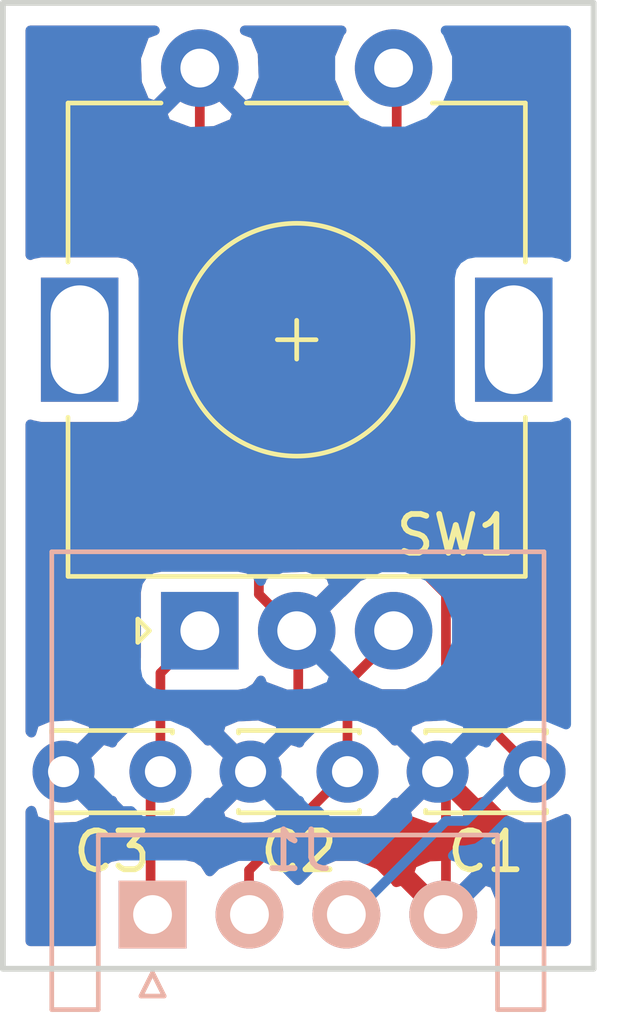
<source format=kicad_pcb>
(kicad_pcb (version 4) (host pcbnew 4.0.6)

  (general
    (links 11)
    (no_connects 0)
    (area 148.768999 94.920999 165.399 121.516001)
    (thickness 1.6)
    (drawings 9)
    (tracks 49)
    (zones 0)
    (modules 5)
    (nets 5)
  )

  (page A4)
  (layers
    (0 F.Cu signal)
    (31 B.Cu signal)
    (32 B.Adhes user)
    (33 F.Adhes user)
    (34 B.Paste user)
    (35 F.Paste user)
    (36 B.SilkS user)
    (37 F.SilkS user)
    (38 B.Mask user)
    (39 F.Mask user)
    (40 Dwgs.User user)
    (41 Cmts.User user)
    (42 Eco1.User user)
    (43 Eco2.User user)
    (44 Edge.Cuts user)
    (45 Margin user)
    (46 B.CrtYd user)
    (47 F.CrtYd user)
    (48 B.Fab user)
    (49 F.Fab user)
  )

  (setup
    (last_trace_width 0.25)
    (trace_clearance 0.2)
    (zone_clearance 0.508)
    (zone_45_only no)
    (trace_min 0.2)
    (segment_width 0.2)
    (edge_width 0.15)
    (via_size 0.6)
    (via_drill 0.4)
    (via_min_size 0.4)
    (via_min_drill 0.3)
    (uvia_size 0.3)
    (uvia_drill 0.1)
    (uvias_allowed no)
    (uvia_min_size 0.2)
    (uvia_min_drill 0.1)
    (pcb_text_width 0.3)
    (pcb_text_size 1.5 1.5)
    (mod_edge_width 0.15)
    (mod_text_size 1 1)
    (mod_text_width 0.15)
    (pad_size 1.524 1.524)
    (pad_drill 0.762)
    (pad_to_mask_clearance 0.2)
    (aux_axis_origin 0 0)
    (visible_elements FFFFFF7F)
    (pcbplotparams
      (layerselection 0x010fc_80000001)
      (usegerberextensions false)
      (excludeedgelayer true)
      (linewidth 0.100000)
      (plotframeref false)
      (viasonmask false)
      (mode 1)
      (useauxorigin false)
      (hpglpennumber 1)
      (hpglpenspeed 20)
      (hpglpendiameter 15)
      (hpglpenoverlay 2)
      (psnegative false)
      (psa4output false)
      (plotreference true)
      (plotvalue true)
      (plotinvisibletext false)
      (padsonsilk false)
      (subtractmaskfromsilk false)
      (outputformat 1)
      (mirror false)
      (drillshape 0)
      (scaleselection 1)
      (outputdirectory gerber/))
  )

  (net 0 "")
  (net 1 CON-2)
  (net 2 CON-1)
  (net 3 CON-3)
  (net 4 CON-4)

  (net_class Default "This is the default net class."
    (clearance 0.2)
    (trace_width 0.25)
    (via_dia 0.6)
    (via_drill 0.4)
    (uvia_dia 0.3)
    (uvia_drill 0.1)
    (add_net CON-1)
    (add_net CON-2)
    (add_net CON-3)
    (add_net CON-4)
  )

  (module Rotary_Encoder:RotaryEncoder_Alps_EC11E-Switch_Vertical_H20mm (layer F.Cu) (tedit 5BA3D28E) (tstamp 5BA3CFA1)
    (at 153.924 111.1758 90)
    (descr "Alps rotary encoder, EC12E... with switch, vertical shaft, http://www.alps.com/prod/info/E/HTML/Encoder/Incremental/EC11/EC11E15204A3.html")
    (tags "rotary encoder")
    (path /5BA2882F)
    (fp_text reference SW1 (at 2.4638 6.604 180) (layer F.SilkS)
      (effects (font (size 1 1) (thickness 0.15)))
    )
    (fp_text value Rotary_Encoder_Switch (at 7.5 10.4 90) (layer F.Fab)
      (effects (font (size 1 1) (thickness 0.15)))
    )
    (fp_text user %R (at 11.1 6.3 90) (layer F.Fab)
      (effects (font (size 1 1) (thickness 0.15)))
    )
    (fp_line (start 7 2.5) (end 8 2.5) (layer F.SilkS) (width 0.12))
    (fp_line (start 7.5 2) (end 7.5 3) (layer F.SilkS) (width 0.12))
    (fp_line (start 13.6 6) (end 13.6 8.4) (layer F.SilkS) (width 0.12))
    (fp_line (start 13.6 1.2) (end 13.6 3.8) (layer F.SilkS) (width 0.12))
    (fp_line (start 13.6 -3.4) (end 13.6 -1) (layer F.SilkS) (width 0.12))
    (fp_line (start 4.5 2.5) (end 10.5 2.5) (layer F.Fab) (width 0.12))
    (fp_line (start 7.5 -0.5) (end 7.5 5.5) (layer F.Fab) (width 0.12))
    (fp_line (start 0.3 -1.6) (end 0 -1.3) (layer F.SilkS) (width 0.12))
    (fp_line (start -0.3 -1.6) (end 0.3 -1.6) (layer F.SilkS) (width 0.12))
    (fp_line (start 0 -1.3) (end -0.3 -1.6) (layer F.SilkS) (width 0.12))
    (fp_line (start 1.4 -3.4) (end 1.4 8.4) (layer F.SilkS) (width 0.12))
    (fp_line (start 5.5 -3.4) (end 1.4 -3.4) (layer F.SilkS) (width 0.12))
    (fp_line (start 5.5 8.4) (end 1.4 8.4) (layer F.SilkS) (width 0.12))
    (fp_line (start 13.6 8.4) (end 9.5 8.4) (layer F.SilkS) (width 0.12))
    (fp_line (start 9.5 -3.4) (end 13.6 -3.4) (layer F.SilkS) (width 0.12))
    (fp_line (start 1.5 -2.2) (end 2.5 -3.3) (layer F.Fab) (width 0.12))
    (fp_line (start 1.5 8.3) (end 1.5 -2.2) (layer F.Fab) (width 0.12))
    (fp_line (start 13.5 8.3) (end 1.5 8.3) (layer F.Fab) (width 0.12))
    (fp_line (start 13.5 -3.3) (end 13.5 8.3) (layer F.Fab) (width 0.12))
    (fp_line (start 2.5 -3.3) (end 13.5 -3.3) (layer F.Fab) (width 0.12))
    (fp_line (start -1.5 -4.6) (end 16 -4.6) (layer F.CrtYd) (width 0.05))
    (fp_line (start -1.5 -4.6) (end -1.5 9.6) (layer F.CrtYd) (width 0.05))
    (fp_line (start 16 9.6) (end 16 -4.6) (layer F.CrtYd) (width 0.05))
    (fp_line (start 16 9.6) (end -1.5 9.6) (layer F.CrtYd) (width 0.05))
    (fp_circle (center 7.5 2.5) (end 10.5 2.5) (layer F.SilkS) (width 0.12))
    (fp_circle (center 7.5 2.5) (end 10.5 2.5) (layer F.Fab) (width 0.12))
    (pad 4 thru_hole circle (at 14.5 5 90) (size 2 2) (drill 1) (layers *.Cu *.Mask)
      (net 3 CON-3))
    (pad 5 thru_hole circle (at 14.5 0 90) (size 2 2) (drill 1) (layers *.Cu *.Mask)
      (net 4 CON-4))
    (pad MP thru_hole rect (at 7.5 8.1 90) (size 3.2 2) (drill oval 2.8 1.5) (layers *.Cu *.Mask))
    (pad MP thru_hole rect (at 7.5 -3.1 90) (size 3.2 2) (drill oval 2.8 1.5) (layers *.Cu *.Mask))
    (pad 3 thru_hole circle (at 0 5 90) (size 2 2) (drill 1) (layers *.Cu *.Mask)
      (net 1 CON-2))
    (pad 2 thru_hole circle (at 0 2.5 90) (size 2 2) (drill 1) (layers *.Cu *.Mask)
      (net 4 CON-4))
    (pad 1 thru_hole rect (at 0 0 90) (size 2 2) (drill 1) (layers *.Cu *.Mask)
      (net 2 CON-1))
    (model ${KISYS3DMOD}/Rotary_Encoder.3dshapes/RotaryEncoder_Alps_EC11E-Switch_Vertical_H20mm.wrl
      (at (xyz 0 0 0))
      (scale (xyz 1 1 1))
      (rotate (xyz 0 0 0))
    )
  )

  (module Capacitors_ThroughHole:C_Disc_D3.0mm_W2.0mm_P2.50mm (layer F.Cu) (tedit 58765D06) (tstamp 5BA29CB4)
    (at 162.56 114.808 180)
    (descr "C, Disc series, Radial, pin pitch=2.50mm, , diameter*width=3*2mm^2, Capacitor")
    (tags "C Disc series Radial pin pitch 2.50mm  diameter 3mm width 2mm Capacitor")
    (path /5BA29B55)
    (fp_text reference C1 (at 1.25 -2.06 180) (layer F.SilkS)
      (effects (font (size 1 1) (thickness 0.15)))
    )
    (fp_text value 100nF (at 1.25 2.06 180) (layer F.Fab)
      (effects (font (size 1 1) (thickness 0.15)))
    )
    (fp_line (start -0.25 -1) (end -0.25 1) (layer F.Fab) (width 0.1))
    (fp_line (start -0.25 1) (end 2.75 1) (layer F.Fab) (width 0.1))
    (fp_line (start 2.75 1) (end 2.75 -1) (layer F.Fab) (width 0.1))
    (fp_line (start 2.75 -1) (end -0.25 -1) (layer F.Fab) (width 0.1))
    (fp_line (start -0.31 -1.06) (end 2.81 -1.06) (layer F.SilkS) (width 0.12))
    (fp_line (start -0.31 1.06) (end 2.81 1.06) (layer F.SilkS) (width 0.12))
    (fp_line (start -0.31 -1.06) (end -0.31 -0.996) (layer F.SilkS) (width 0.12))
    (fp_line (start -0.31 0.996) (end -0.31 1.06) (layer F.SilkS) (width 0.12))
    (fp_line (start 2.81 -1.06) (end 2.81 -0.996) (layer F.SilkS) (width 0.12))
    (fp_line (start 2.81 0.996) (end 2.81 1.06) (layer F.SilkS) (width 0.12))
    (fp_line (start -1.05 -1.35) (end -1.05 1.35) (layer F.CrtYd) (width 0.05))
    (fp_line (start -1.05 1.35) (end 3.55 1.35) (layer F.CrtYd) (width 0.05))
    (fp_line (start 3.55 1.35) (end 3.55 -1.35) (layer F.CrtYd) (width 0.05))
    (fp_line (start 3.55 -1.35) (end -1.05 -1.35) (layer F.CrtYd) (width 0.05))
    (pad 1 thru_hole circle (at 0 0 180) (size 1.6 1.6) (drill 0.8) (layers *.Cu *.Mask)
      (net 3 CON-3))
    (pad 2 thru_hole circle (at 2.5 0 180) (size 1.6 1.6) (drill 0.8) (layers *.Cu *.Mask)
      (net 4 CON-4))
    (model Capacitors_THT.3dshapes/C_Disc_D3.0mm_W2.0mm_P2.50mm.wrl
      (at (xyz 0 0 0))
      (scale (xyz 0.393701 0.393701 0.393701))
      (rotate (xyz 0 0 0))
    )
  )

  (module Capacitors_ThroughHole:C_Disc_D3.0mm_W2.0mm_P2.50mm (layer F.Cu) (tedit 58765D06) (tstamp 5BA29CBA)
    (at 157.734 114.808 180)
    (descr "C, Disc series, Radial, pin pitch=2.50mm, , diameter*width=3*2mm^2, Capacitor")
    (tags "C Disc series Radial pin pitch 2.50mm  diameter 3mm width 2mm Capacitor")
    (path /5BA28DB9)
    (fp_text reference C2 (at 1.25 -2.06 180) (layer F.SilkS)
      (effects (font (size 1 1) (thickness 0.15)))
    )
    (fp_text value 10nF (at 1.25 2.06 180) (layer F.Fab)
      (effects (font (size 1 1) (thickness 0.15)))
    )
    (fp_line (start -0.25 -1) (end -0.25 1) (layer F.Fab) (width 0.1))
    (fp_line (start -0.25 1) (end 2.75 1) (layer F.Fab) (width 0.1))
    (fp_line (start 2.75 1) (end 2.75 -1) (layer F.Fab) (width 0.1))
    (fp_line (start 2.75 -1) (end -0.25 -1) (layer F.Fab) (width 0.1))
    (fp_line (start -0.31 -1.06) (end 2.81 -1.06) (layer F.SilkS) (width 0.12))
    (fp_line (start -0.31 1.06) (end 2.81 1.06) (layer F.SilkS) (width 0.12))
    (fp_line (start -0.31 -1.06) (end -0.31 -0.996) (layer F.SilkS) (width 0.12))
    (fp_line (start -0.31 0.996) (end -0.31 1.06) (layer F.SilkS) (width 0.12))
    (fp_line (start 2.81 -1.06) (end 2.81 -0.996) (layer F.SilkS) (width 0.12))
    (fp_line (start 2.81 0.996) (end 2.81 1.06) (layer F.SilkS) (width 0.12))
    (fp_line (start -1.05 -1.35) (end -1.05 1.35) (layer F.CrtYd) (width 0.05))
    (fp_line (start -1.05 1.35) (end 3.55 1.35) (layer F.CrtYd) (width 0.05))
    (fp_line (start 3.55 1.35) (end 3.55 -1.35) (layer F.CrtYd) (width 0.05))
    (fp_line (start 3.55 -1.35) (end -1.05 -1.35) (layer F.CrtYd) (width 0.05))
    (pad 1 thru_hole circle (at 0 0 180) (size 1.6 1.6) (drill 0.8) (layers *.Cu *.Mask)
      (net 1 CON-2))
    (pad 2 thru_hole circle (at 2.5 0 180) (size 1.6 1.6) (drill 0.8) (layers *.Cu *.Mask)
      (net 4 CON-4))
    (model Capacitors_THT.3dshapes/C_Disc_D3.0mm_W2.0mm_P2.50mm.wrl
      (at (xyz 0 0 0))
      (scale (xyz 0.393701 0.393701 0.393701))
      (rotate (xyz 0 0 0))
    )
  )

  (module Capacitors_ThroughHole:C_Disc_D3.0mm_W2.0mm_P2.50mm (layer F.Cu) (tedit 58765D06) (tstamp 5BA29CC0)
    (at 152.908 114.808 180)
    (descr "C, Disc series, Radial, pin pitch=2.50mm, , diameter*width=3*2mm^2, Capacitor")
    (tags "C Disc series Radial pin pitch 2.50mm  diameter 3mm width 2mm Capacitor")
    (path /5BA29ADD)
    (fp_text reference C3 (at 1.25 -2.06 180) (layer F.SilkS)
      (effects (font (size 1 1) (thickness 0.15)))
    )
    (fp_text value 10nF (at 1.25 2.06 180) (layer F.Fab)
      (effects (font (size 1 1) (thickness 0.15)))
    )
    (fp_line (start -0.25 -1) (end -0.25 1) (layer F.Fab) (width 0.1))
    (fp_line (start -0.25 1) (end 2.75 1) (layer F.Fab) (width 0.1))
    (fp_line (start 2.75 1) (end 2.75 -1) (layer F.Fab) (width 0.1))
    (fp_line (start 2.75 -1) (end -0.25 -1) (layer F.Fab) (width 0.1))
    (fp_line (start -0.31 -1.06) (end 2.81 -1.06) (layer F.SilkS) (width 0.12))
    (fp_line (start -0.31 1.06) (end 2.81 1.06) (layer F.SilkS) (width 0.12))
    (fp_line (start -0.31 -1.06) (end -0.31 -0.996) (layer F.SilkS) (width 0.12))
    (fp_line (start -0.31 0.996) (end -0.31 1.06) (layer F.SilkS) (width 0.12))
    (fp_line (start 2.81 -1.06) (end 2.81 -0.996) (layer F.SilkS) (width 0.12))
    (fp_line (start 2.81 0.996) (end 2.81 1.06) (layer F.SilkS) (width 0.12))
    (fp_line (start -1.05 -1.35) (end -1.05 1.35) (layer F.CrtYd) (width 0.05))
    (fp_line (start -1.05 1.35) (end 3.55 1.35) (layer F.CrtYd) (width 0.05))
    (fp_line (start 3.55 1.35) (end 3.55 -1.35) (layer F.CrtYd) (width 0.05))
    (fp_line (start 3.55 -1.35) (end -1.05 -1.35) (layer F.CrtYd) (width 0.05))
    (pad 1 thru_hole circle (at 0 0 180) (size 1.6 1.6) (drill 0.8) (layers *.Cu *.Mask)
      (net 2 CON-1))
    (pad 2 thru_hole circle (at 2.5 0 180) (size 1.6 1.6) (drill 0.8) (layers *.Cu *.Mask)
      (net 4 CON-4))
    (model Capacitors_THT.3dshapes/C_Disc_D3.0mm_W2.0mm_P2.50mm.wrl
      (at (xyz 0 0 0))
      (scale (xyz 0.393701 0.393701 0.393701))
      (rotate (xyz 0 0 0))
    )
  )

  (module Connectors_JST:JST_XH_S04B-XH-A_04x2.50mm_Angled (layer B.Cu) (tedit 5BA3D2AE) (tstamp 5BA29F1A)
    (at 152.7048 118.491)
    (descr "JST XH series connector, S04B-XH-A, side entry type, through hole")
    (tags "connector jst xh tht side horizontal angled 2.50mm")
    (path /5BA291E6)
    (fp_text reference J1 (at 3.7592 -1.651) (layer B.SilkS)
      (effects (font (size 1 1) (thickness 0.15)) (justify mirror))
    )
    (fp_text value CONN_01X04 (at 3.75 -10.3) (layer B.Fab)
      (effects (font (size 1 1) (thickness 0.15)) (justify mirror))
    )
    (fp_line (start -2.45 2.3) (end -2.45 -9.2) (layer B.Fab) (width 0.1))
    (fp_line (start -2.45 -9.2) (end 9.95 -9.2) (layer B.Fab) (width 0.1))
    (fp_line (start 9.95 -9.2) (end 9.95 2.3) (layer B.Fab) (width 0.1))
    (fp_line (start 9.95 2.3) (end -2.45 2.3) (layer B.Fab) (width 0.1))
    (fp_line (start -2.95 2.8) (end -2.95 -9.7) (layer B.CrtYd) (width 0.05))
    (fp_line (start -2.95 -9.7) (end 10.45 -9.7) (layer B.CrtYd) (width 0.05))
    (fp_line (start 10.45 -9.7) (end 10.45 2.8) (layer B.CrtYd) (width 0.05))
    (fp_line (start 10.45 2.8) (end -2.95 2.8) (layer B.CrtYd) (width 0.05))
    (fp_line (start 3.75 -9.35) (end -2.6 -9.35) (layer B.SilkS) (width 0.12))
    (fp_line (start -2.6 -9.35) (end -2.6 2.45) (layer B.SilkS) (width 0.12))
    (fp_line (start -2.6 2.45) (end -1.4 2.45) (layer B.SilkS) (width 0.12))
    (fp_line (start -1.4 2.45) (end -1.4 -2.05) (layer B.SilkS) (width 0.12))
    (fp_line (start -1.4 -2.05) (end 3.75 -2.05) (layer B.SilkS) (width 0.12))
    (fp_line (start 3.75 -9.35) (end 10.1 -9.35) (layer B.SilkS) (width 0.12))
    (fp_line (start 10.1 -9.35) (end 10.1 2.45) (layer B.SilkS) (width 0.12))
    (fp_line (start 10.1 2.45) (end 8.9 2.45) (layer B.SilkS) (width 0.12))
    (fp_line (start 8.9 2.45) (end 8.9 -2.05) (layer B.SilkS) (width 0.12))
    (fp_line (start 8.9 -2.05) (end 3.75 -2.05) (layer B.SilkS) (width 0.12))
    (fp_line (start -0.25 -3.45) (end -0.25 -8.7) (layer B.Fab) (width 0.1))
    (fp_line (start -0.25 -8.7) (end 0.25 -8.7) (layer B.Fab) (width 0.1))
    (fp_line (start 0.25 -8.7) (end 0.25 -3.45) (layer B.Fab) (width 0.1))
    (fp_line (start 0.25 -3.45) (end -0.25 -3.45) (layer B.Fab) (width 0.1))
    (fp_line (start 2.25 -3.45) (end 2.25 -8.7) (layer B.Fab) (width 0.1))
    (fp_line (start 2.25 -8.7) (end 2.75 -8.7) (layer B.Fab) (width 0.1))
    (fp_line (start 2.75 -8.7) (end 2.75 -3.45) (layer B.Fab) (width 0.1))
    (fp_line (start 2.75 -3.45) (end 2.25 -3.45) (layer B.Fab) (width 0.1))
    (fp_line (start 4.75 -3.45) (end 4.75 -8.7) (layer B.Fab) (width 0.1))
    (fp_line (start 4.75 -8.7) (end 5.25 -8.7) (layer B.Fab) (width 0.1))
    (fp_line (start 5.25 -8.7) (end 5.25 -3.45) (layer B.Fab) (width 0.1))
    (fp_line (start 5.25 -3.45) (end 4.75 -3.45) (layer B.Fab) (width 0.1))
    (fp_line (start 7.25 -3.45) (end 7.25 -8.7) (layer B.Fab) (width 0.1))
    (fp_line (start 7.25 -8.7) (end 7.75 -8.7) (layer B.Fab) (width 0.1))
    (fp_line (start 7.75 -8.7) (end 7.75 -3.45) (layer B.Fab) (width 0.1))
    (fp_line (start 7.75 -3.45) (end 7.25 -3.45) (layer B.Fab) (width 0.1))
    (fp_line (start 0 1.5) (end -0.3 2.1) (layer B.SilkS) (width 0.12))
    (fp_line (start -0.3 2.1) (end 0.3 2.1) (layer B.SilkS) (width 0.12))
    (fp_line (start 0.3 2.1) (end 0 1.5) (layer B.SilkS) (width 0.12))
    (fp_line (start 0 1.5) (end -0.3 2.1) (layer B.Fab) (width 0.1))
    (fp_line (start -0.3 2.1) (end 0.3 2.1) (layer B.Fab) (width 0.1))
    (fp_line (start 0.3 2.1) (end 0 1.5) (layer B.Fab) (width 0.1))
    (fp_text user %R (at 3.75 -2.25) (layer B.Fab)
      (effects (font (size 1 1) (thickness 0.15)) (justify mirror))
    )
    (pad 1 thru_hole rect (at 0 0) (size 1.75 1.75) (drill 1) (layers *.Cu *.Mask B.SilkS)
      (net 2 CON-1))
    (pad 2 thru_hole circle (at 2.5 0) (size 1.75 1.75) (drill 1) (layers *.Cu *.Mask B.SilkS)
      (net 1 CON-2))
    (pad 3 thru_hole circle (at 5 0) (size 1.75 1.75) (drill 1) (layers *.Cu *.Mask B.SilkS)
      (net 3 CON-3))
    (pad 4 thru_hole circle (at 7.5 0) (size 1.75 1.75) (drill 1) (layers *.Cu *.Mask B.SilkS)
      (net 4 CON-4))
    (model Connectors_JST.3dshapes/JST_XH_S04B-XH-A_04x2.50mm_Angled.wrl
      (at (xyz 0 0 0))
      (scale (xyz 1 1 1))
      (rotate (xyz 0 0 0))
    )
  )

  (gr_line (start 149.098 95.25) (end 149.352 95.25) (angle 90) (layer Margin) (width 0.2))
  (gr_line (start 149.098 119.634) (end 149.098 95.25) (angle 90) (layer Margin) (width 0.2))
  (gr_line (start 163.83 119.634) (end 149.098 119.634) (angle 90) (layer Margin) (width 0.2))
  (gr_line (start 163.83 95.25) (end 163.83 119.634) (angle 90) (layer Margin) (width 0.2))
  (gr_line (start 149.098 95.25) (end 163.83 95.25) (angle 90) (layer Margin) (width 0.2))
  (gr_line (start 148.844 119.888) (end 148.844 94.996) (angle 90) (layer Edge.Cuts) (width 0.15))
  (gr_line (start 164.084 119.888) (end 148.844 119.888) (angle 90) (layer Edge.Cuts) (width 0.15))
  (gr_line (start 164.084 94.996) (end 164.084 119.888) (angle 90) (layer Edge.Cuts) (width 0.15))
  (gr_line (start 148.844 94.996) (end 164.084 94.996) (angle 90) (layer Edge.Cuts) (width 0.15))

  (segment (start 157.734 114.808) (end 155.194 117.348) (width 0.25) (layer F.Cu) (net 1) (status 80000))
  (segment (start 155.194 117.348) (end 155.194 118.618) (width 0.25) (layer F.Cu) (net 1) (status 80000))
  (segment (start 155.194 118.618) (end 155.2048 118.491) (width 0.25) (layer F.Cu) (net 1) (tstamp 5BA3E430) (status 80000))
  (segment (start 158.924 111.1758) (end 159.004 111.252) (width 0.25) (layer F.Cu) (net 1) (status 80000))
  (segment (start 159.004 111.252) (end 157.734 112.522) (width 0.25) (layer F.Cu) (net 1) (status 80000))
  (segment (start 157.734 112.522) (end 157.734 114.808) (width 0.25) (layer F.Cu) (net 1) (status 80000))
  (segment (start 153.924 111.1758) (end 153.924 111.252) (width 0.25) (layer F.Cu) (net 2) (status 80000))
  (segment (start 153.924 111.252) (end 152.908 112.268) (width 0.25) (layer F.Cu) (net 2) (status 80000))
  (segment (start 152.908 112.268) (end 152.908 114.808) (width 0.25) (layer F.Cu) (net 2) (status 80000))
  (segment (start 152.908 114.808) (end 152.654 115.062) (width 0.25) (layer F.Cu) (net 2) (status 80000))
  (segment (start 152.654 115.062) (end 152.654 118.618) (width 0.25) (layer F.Cu) (net 2) (status 80000))
  (segment (start 152.654 118.618) (end 152.7048 118.491) (width 0.25) (layer F.Cu) (net 2) (tstamp 5BA3E42D) (status 80000))
  (segment (start 162.56 114.808) (end 160.274 112.522) (width 0.25) (layer F.Cu) (net 3) (status 80000))
  (segment (start 160.274 112.522) (end 160.274 110.236) (width 0.25) (layer F.Cu) (net 3) (status 80000))
  (segment (start 160.274 110.236) (end 159.004 108.966) (width 0.25) (layer F.Cu) (net 3) (status 80000))
  (segment (start 159.004 108.966) (end 159.004 96.774) (width 0.25) (layer F.Cu) (net 3) (status 80000))
  (segment (start 159.004 96.774) (end 158.924 96.6758) (width 0.25) (layer F.Cu) (net 3) (tstamp 5BA3E431) (status 80000))
  (segment (start 157.7048 118.491) (end 157.734 118.618) (width 0.25) (layer B.Cu) (net 3) (status 80000))
  (segment (start 157.734 118.618) (end 160.274 116.078) (width 0.25) (layer B.Cu) (net 3) (status 80000))
  (segment (start 160.274 116.078) (end 160.782 116.078) (width 0.25) (layer B.Cu) (net 3) (status 80000))
  (segment (start 160.782 116.078) (end 162.052 114.808) (width 0.25) (layer B.Cu) (net 3) (status 80000))
  (segment (start 162.052 114.808) (end 162.56 114.808) (width 0.25) (layer B.Cu) (net 3) (status 80000))
  (segment (start 156.424 111.1758) (end 156.464 111.252) (width 0.25) (layer F.Cu) (net 4) (status 80000))
  (segment (start 156.464 111.252) (end 155.448 110.236) (width 0.25) (layer F.Cu) (net 4) (status 80000))
  (segment (start 155.448 110.236) (end 155.448 109.728) (width 0.25) (layer F.Cu) (net 4) (status 80000))
  (segment (start 155.448 109.728) (end 153.924 108.204) (width 0.25) (layer F.Cu) (net 4) (status 80000))
  (segment (start 153.924 108.204) (end 153.924 96.6758) (width 0.25) (layer F.Cu) (net 4) (status 80000))
  (segment (start 155.234 114.808) (end 155.194 114.808) (width 0.25) (layer F.Cu) (net 4) (status 80000))
  (segment (start 155.194 114.808) (end 156.464 113.538) (width 0.25) (layer F.Cu) (net 4) (status 80000))
  (segment (start 156.464 113.538) (end 156.464 111.252) (width 0.25) (layer F.Cu) (net 4) (status 80000))
  (segment (start 156.464 111.252) (end 156.424 111.1758) (width 0.25) (layer F.Cu) (net 4) (tstamp 5BA3E42F) (status 80000))
  (segment (start 160.06 114.808) (end 160.02 114.808) (width 0.25) (layer B.Cu) (net 4) (status 80000))
  (segment (start 160.02 114.808) (end 158.75 116.078) (width 0.25) (layer B.Cu) (net 4) (status 80000))
  (segment (start 158.75 116.078) (end 157.226 116.078) (width 0.25) (layer B.Cu) (net 4) (status 80000))
  (segment (start 157.226 116.078) (end 156.972 115.824) (width 0.25) (layer B.Cu) (net 4) (status 80000))
  (segment (start 156.972 115.824) (end 156.718 115.824) (width 0.25) (layer B.Cu) (net 4) (status 80000))
  (segment (start 156.718 115.824) (end 155.702 114.808) (width 0.25) (layer B.Cu) (net 4) (status 80000))
  (segment (start 155.702 114.808) (end 155.234 114.808) (width 0.25) (layer B.Cu) (net 4) (status 80000))
  (segment (start 155.234 114.808) (end 155.194 114.808) (width 0.25) (layer B.Cu) (net 4) (status 80000))
  (segment (start 155.194 114.808) (end 153.924 116.078) (width 0.25) (layer B.Cu) (net 4) (status 80000))
  (segment (start 153.924 116.078) (end 152.4 116.078) (width 0.25) (layer B.Cu) (net 4) (status 80000))
  (segment (start 152.4 116.078) (end 152.146 115.824) (width 0.25) (layer B.Cu) (net 4) (status 80000))
  (segment (start 152.146 115.824) (end 151.892 115.824) (width 0.25) (layer B.Cu) (net 4) (status 80000))
  (segment (start 151.892 115.824) (end 150.876 114.808) (width 0.25) (layer B.Cu) (net 4) (status 80000))
  (segment (start 150.876 114.808) (end 150.408 114.808) (width 0.25) (layer B.Cu) (net 4) (status 80000))
  (segment (start 160.06 114.808) (end 160.02 114.808) (width 0.25) (layer F.Cu) (net 4) (status 80000))
  (segment (start 160.02 114.808) (end 160.274 115.062) (width 0.25) (layer F.Cu) (net 4) (status 80000))
  (segment (start 160.274 115.062) (end 160.274 118.618) (width 0.25) (layer F.Cu) (net 4) (status 80000))
  (segment (start 160.274 118.618) (end 160.2048 118.491) (width 0.25) (layer F.Cu) (net 4) (tstamp 5BA3E42E) (status 80000))

  (zone (net 4) (net_name CON-4) (layer F.Cu) (tstamp 5BA3E208) (hatch edge 0.508)
    (connect_pads (clearance 0.508))
    (min_thickness 0.254)
    (fill yes (arc_segments 16) (thermal_gap 0.508) (thermal_bridge_width 0.508))
    (polygon
      (pts
        (xy 149.098 95.25) (xy 163.83 95.25) (xy 163.83 119.634) (xy 149.098 119.634)
      )
    )
    (filled_polygon
      (pts
        (xy 159.571852 112.812839) (xy 159.736599 113.059401) (xy 160.049089 113.371891) (xy 159.706546 113.388222) (xy 159.305995 113.554136)
        (xy 159.231861 113.800255) (xy 160.06 114.628395) (xy 160.074142 114.614252) (xy 160.253748 114.793858) (xy 160.239605 114.808)
        (xy 161.067745 115.636139) (xy 161.313864 115.562005) (xy 161.316196 115.555517) (xy 161.342757 115.6198) (xy 161.746077 116.023824)
        (xy 162.273309 116.24275) (xy 162.844187 116.243248) (xy 163.3718 116.025243) (xy 163.374 116.023047) (xy 163.374 119.178)
        (xy 161.5616 119.178) (xy 161.72639 118.725694) (xy 161.700379 118.125542) (xy 161.520753 117.691884) (xy 161.26686 117.608545)
        (xy 160.384405 118.491) (xy 160.398548 118.505143) (xy 160.218943 118.684748) (xy 160.2048 118.670605) (xy 160.190658 118.684748)
        (xy 160.011053 118.505143) (xy 160.025195 118.491) (xy 159.14274 117.608545) (xy 158.994152 117.657318) (xy 158.985662 117.636771)
        (xy 158.778194 117.42894) (xy 159.322345 117.42894) (xy 160.2048 118.311395) (xy 161.087255 117.42894) (xy 161.003916 117.175047)
        (xy 160.439494 116.96941) (xy 159.839342 116.995421) (xy 159.405684 117.175047) (xy 159.322345 117.42894) (xy 158.778194 117.42894)
        (xy 158.561263 117.21163) (xy 158.006475 116.981262) (xy 157.40576 116.980738) (xy 156.850571 117.210138) (xy 156.454482 117.605536)
        (xy 156.233067 117.383735) (xy 157.395546 116.221256) (xy 157.447309 116.24275) (xy 158.018187 116.243248) (xy 158.5458 116.025243)
        (xy 158.755663 115.815745) (xy 159.231861 115.815745) (xy 159.305995 116.061864) (xy 159.843223 116.254965) (xy 160.413454 116.227778)
        (xy 160.814005 116.061864) (xy 160.888139 115.815745) (xy 160.06 114.987605) (xy 159.231861 115.815745) (xy 158.755663 115.815745)
        (xy 158.949824 115.621923) (xy 158.955964 115.607135) (xy 159.052255 115.636139) (xy 159.880395 114.808) (xy 159.052255 113.979861)
        (xy 158.956419 114.008728) (xy 158.951243 113.9962) (xy 158.547923 113.592176) (xy 158.494 113.569785) (xy 158.494 112.836802)
        (xy 158.542897 112.787905) (xy 158.597352 112.810516) (xy 159.247795 112.811084) (xy 159.546918 112.687489)
      )
    )
    (filled_polygon
      (pts
        (xy 152.504613 95.801536) (xy 152.278092 96.411261) (xy 152.302144 97.06126) (xy 152.504613 97.550064) (xy 152.771468 97.648727)
        (xy 153.744395 96.6758) (xy 153.730253 96.661658) (xy 153.909858 96.482053) (xy 153.924 96.496195) (xy 153.938143 96.482053)
        (xy 154.117748 96.661658) (xy 154.103605 96.6758) (xy 155.076532 97.648727) (xy 155.343387 97.550064) (xy 155.569908 96.940339)
        (xy 155.545856 96.29034) (xy 155.343387 95.801536) (xy 155.08499 95.706) (xy 157.581233 95.706) (xy 157.538722 95.748437)
        (xy 157.289284 96.349152) (xy 157.288716 96.999595) (xy 157.537106 97.600743) (xy 157.996637 98.061078) (xy 158.244 98.163792)
        (xy 158.244 108.966) (xy 158.301852 109.256839) (xy 158.466599 109.503401) (xy 158.531926 109.568728) (xy 157.999057 109.788906)
        (xy 157.582248 110.204987) (xy 157.576532 110.202873) (xy 156.603605 111.1758) (xy 156.617748 111.189943) (xy 156.438143 111.369548)
        (xy 156.424 111.355405) (xy 156.409858 111.369548) (xy 156.230253 111.189943) (xy 156.244395 111.1758) (xy 156.230253 111.161658)
        (xy 156.409858 110.982053) (xy 156.424 110.996195) (xy 157.396927 110.023268) (xy 157.298264 109.756413) (xy 156.688539 109.529892)
        (xy 156.03854 109.553944) (xy 155.549736 109.756413) (xy 155.498277 109.895595) (xy 155.38809 109.724359) (xy 155.17589 109.579369)
        (xy 154.924 109.52836) (xy 152.924 109.52836) (xy 152.688683 109.572638) (xy 152.472559 109.71171) (xy 152.327569 109.92391)
        (xy 152.27656 110.1758) (xy 152.27656 111.871339) (xy 152.205852 111.977161) (xy 152.148 112.268) (xy 152.148 113.569354)
        (xy 152.0962 113.590757) (xy 151.692176 113.994077) (xy 151.664577 114.060544) (xy 151.661864 114.053995) (xy 151.415745 113.979861)
        (xy 150.587605 114.808) (xy 151.415745 115.636139) (xy 151.661864 115.562005) (xy 151.664196 115.555517) (xy 151.690757 115.6198)
        (xy 151.894 115.823398) (xy 151.894 116.96856) (xy 151.8298 116.96856) (xy 151.594483 117.012838) (xy 151.378359 117.15191)
        (xy 151.233369 117.36411) (xy 151.18236 117.616) (xy 151.18236 119.178) (xy 149.554 119.178) (xy 149.554 115.841608)
        (xy 149.579861 115.815747) (xy 149.653995 116.061864) (xy 150.191223 116.254965) (xy 150.761454 116.227778) (xy 151.162005 116.061864)
        (xy 151.236139 115.815745) (xy 150.408 114.987605) (xy 150.393858 115.001748) (xy 150.214252 114.822142) (xy 150.228395 114.808)
        (xy 150.214252 114.793858) (xy 150.393858 114.614252) (xy 150.408 114.628395) (xy 151.236139 113.800255) (xy 151.162005 113.554136)
        (xy 150.624777 113.361035) (xy 150.054546 113.388222) (xy 149.653995 113.554136) (xy 149.579861 113.800253) (xy 149.554 113.774392)
        (xy 149.554 105.859857) (xy 149.57211 105.872231) (xy 149.824 105.92324) (xy 151.824 105.92324) (xy 152.059317 105.878962)
        (xy 152.275441 105.73989) (xy 152.420431 105.52769) (xy 152.47144 105.2758) (xy 152.47144 102.0758) (xy 152.427162 101.840483)
        (xy 152.28809 101.624359) (xy 152.07589 101.479369) (xy 151.824 101.42836) (xy 149.824 101.42836) (xy 149.588683 101.472638)
        (xy 149.554 101.494956) (xy 149.554 97.828332) (xy 152.951073 97.828332) (xy 153.049736 98.095187) (xy 153.659461 98.321708)
        (xy 154.30946 98.297656) (xy 154.798264 98.095187) (xy 154.896927 97.828332) (xy 153.924 96.855405) (xy 152.951073 97.828332)
        (xy 149.554 97.828332) (xy 149.554 95.706) (xy 152.76301 95.706)
      )
    )
    (filled_polygon
      (pts
        (xy 155.549736 112.595187) (xy 156.159461 112.821708) (xy 156.80946 112.797656) (xy 156.974 112.729501) (xy 156.974 113.569354)
        (xy 156.9222 113.590757) (xy 156.518176 113.994077) (xy 156.490577 114.060544) (xy 156.487864 114.053995) (xy 156.241745 113.979861)
        (xy 155.413605 114.808) (xy 155.427748 114.822142) (xy 155.248142 115.001748) (xy 155.234 114.987605) (xy 154.405861 115.815745)
        (xy 154.479995 116.061864) (xy 155.017223 116.254965) (xy 155.221996 116.245202) (xy 154.656599 116.810599) (xy 154.491852 117.057161)
        (xy 154.471349 117.160233) (xy 154.350571 117.210138) (xy 154.181697 117.378717) (xy 154.04389 117.164559) (xy 153.83169 117.019569)
        (xy 153.5798 116.96856) (xy 153.414 116.96856) (xy 153.414 116.151597) (xy 153.7198 116.025243) (xy 154.123824 115.621923)
        (xy 154.129964 115.607135) (xy 154.226255 115.636139) (xy 155.054395 114.808) (xy 154.226255 113.979861) (xy 154.130419 114.008728)
        (xy 154.125243 113.9962) (xy 153.92964 113.800255) (xy 154.405861 113.800255) (xy 155.234 114.628395) (xy 156.062139 113.800255)
        (xy 155.988005 113.554136) (xy 155.450777 113.361035) (xy 154.880546 113.388222) (xy 154.479995 113.554136) (xy 154.405861 113.800255)
        (xy 153.92964 113.800255) (xy 153.721923 113.592176) (xy 153.668 113.569785) (xy 153.668 112.82324) (xy 154.924 112.82324)
        (xy 155.159317 112.778962) (xy 155.375441 112.63989) (xy 155.499263 112.458671)
      )
    )
  )
  (zone (net 4) (net_name CON-4) (layer B.Cu) (tstamp 5BA3E226) (hatch edge 0.508)
    (connect_pads (clearance 0.508))
    (min_thickness 0.254)
    (fill yes (arc_segments 16) (thermal_gap 0.508) (thermal_bridge_width 0.508))
    (polygon
      (pts
        (xy 149.098 95.25) (xy 163.83 95.25) (xy 163.83 119.634) (xy 149.098 119.634)
      )
    )
    (filled_polygon
      (pts
        (xy 163.374 119.178) (xy 161.5616 119.178) (xy 161.72639 118.725694) (xy 161.700379 118.125542) (xy 161.520753 117.691884)
        (xy 161.26686 117.608545) (xy 160.384405 118.491) (xy 160.398548 118.505143) (xy 160.218943 118.684748) (xy 160.2048 118.670605)
        (xy 160.190658 118.684748) (xy 160.011053 118.505143) (xy 160.025195 118.491) (xy 160.011053 118.476858) (xy 160.190658 118.297253)
        (xy 160.2048 118.311395) (xy 161.087255 117.42894) (xy 161.003916 117.175047) (xy 160.452613 116.974189) (xy 160.588802 116.838)
        (xy 160.782 116.838) (xy 161.072839 116.780148) (xy 161.319401 116.615401) (xy 161.862595 116.072207) (xy 162.273309 116.24275)
        (xy 162.844187 116.243248) (xy 163.3718 116.025243) (xy 163.374 116.023047)
      )
    )
    (filled_polygon
      (pts
        (xy 152.504613 95.801536) (xy 152.278092 96.411261) (xy 152.302144 97.06126) (xy 152.504613 97.550064) (xy 152.771468 97.648727)
        (xy 153.744395 96.6758) (xy 153.730253 96.661658) (xy 153.909858 96.482053) (xy 153.924 96.496195) (xy 153.938143 96.482053)
        (xy 154.117748 96.661658) (xy 154.103605 96.6758) (xy 155.076532 97.648727) (xy 155.343387 97.550064) (xy 155.569908 96.940339)
        (xy 155.545856 96.29034) (xy 155.343387 95.801536) (xy 155.08499 95.706) (xy 157.581233 95.706) (xy 157.538722 95.748437)
        (xy 157.289284 96.349152) (xy 157.288716 96.999595) (xy 157.537106 97.600743) (xy 157.996637 98.061078) (xy 158.597352 98.310516)
        (xy 159.247795 98.311084) (xy 159.848943 98.062694) (xy 160.309278 97.603163) (xy 160.558716 97.002448) (xy 160.559284 96.352005)
        (xy 160.310894 95.750857) (xy 160.266115 95.706) (xy 163.374 95.706) (xy 163.374 101.546405) (xy 163.27589 101.479369)
        (xy 163.024 101.42836) (xy 161.024 101.42836) (xy 160.788683 101.472638) (xy 160.572559 101.61171) (xy 160.427569 101.82391)
        (xy 160.37656 102.0758) (xy 160.37656 105.2758) (xy 160.420838 105.511117) (xy 160.55991 105.727241) (xy 160.77211 105.872231)
        (xy 161.024 105.92324) (xy 163.024 105.92324) (xy 163.259317 105.878962) (xy 163.374 105.805166) (xy 163.374 113.592253)
        (xy 163.373923 113.592176) (xy 162.846691 113.37325) (xy 162.275813 113.372752) (xy 161.7482 113.590757) (xy 161.344176 113.994077)
        (xy 161.316577 114.060544) (xy 161.313864 114.053995) (xy 161.067745 113.979861) (xy 160.239605 114.808) (xy 160.253748 114.822142)
        (xy 160.074143 115.001748) (xy 160.06 114.987605) (xy 159.231861 115.815745) (xy 159.285008 115.99219) (xy 158.211007 117.066191)
        (xy 158.006475 116.981262) (xy 157.40576 116.980738) (xy 156.850571 117.210138) (xy 156.454482 117.605536) (xy 156.061263 117.21163)
        (xy 155.506475 116.981262) (xy 154.90576 116.980738) (xy 154.350571 117.210138) (xy 154.181697 117.378717) (xy 154.04389 117.164559)
        (xy 153.83169 117.019569) (xy 153.5798 116.96856) (xy 151.8298 116.96856) (xy 151.594483 117.012838) (xy 151.378359 117.15191)
        (xy 151.233369 117.36411) (xy 151.18236 117.616) (xy 151.18236 119.178) (xy 149.554 119.178) (xy 149.554 115.841608)
        (xy 149.579861 115.815747) (xy 149.653995 116.061864) (xy 150.191223 116.254965) (xy 150.761454 116.227778) (xy 151.162005 116.061864)
        (xy 151.236139 115.815745) (xy 150.408 114.987605) (xy 150.393858 115.001748) (xy 150.214252 114.822142) (xy 150.228395 114.808)
        (xy 150.587605 114.808) (xy 151.415745 115.636139) (xy 151.661864 115.562005) (xy 151.664196 115.555517) (xy 151.690757 115.6198)
        (xy 152.094077 116.023824) (xy 152.621309 116.24275) (xy 153.192187 116.243248) (xy 153.7198 116.025243) (xy 153.929663 115.815745)
        (xy 154.405861 115.815745) (xy 154.479995 116.061864) (xy 155.017223 116.254965) (xy 155.587454 116.227778) (xy 155.988005 116.061864)
        (xy 156.062139 115.815745) (xy 155.234 114.987605) (xy 154.405861 115.815745) (xy 153.929663 115.815745) (xy 154.123824 115.621923)
        (xy 154.129964 115.607135) (xy 154.226255 115.636139) (xy 155.054395 114.808) (xy 155.413605 114.808) (xy 156.241745 115.636139)
        (xy 156.487864 115.562005) (xy 156.490196 115.555517) (xy 156.516757 115.6198) (xy 156.920077 116.023824) (xy 157.447309 116.24275)
        (xy 158.018187 116.243248) (xy 158.5458 116.025243) (xy 158.949824 115.621923) (xy 158.955964 115.607135) (xy 159.052255 115.636139)
        (xy 159.880395 114.808) (xy 159.052255 113.979861) (xy 158.956419 114.008728) (xy 158.951243 113.9962) (xy 158.75564 113.800255)
        (xy 159.231861 113.800255) (xy 160.06 114.628395) (xy 160.888139 113.800255) (xy 160.814005 113.554136) (xy 160.276777 113.361035)
        (xy 159.706546 113.388222) (xy 159.305995 113.554136) (xy 159.231861 113.800255) (xy 158.75564 113.800255) (xy 158.547923 113.592176)
        (xy 158.020691 113.37325) (xy 157.449813 113.372752) (xy 156.9222 113.590757) (xy 156.518176 113.994077) (xy 156.490577 114.060544)
        (xy 156.487864 114.053995) (xy 156.241745 113.979861) (xy 155.413605 114.808) (xy 155.054395 114.808) (xy 154.226255 113.979861)
        (xy 154.130419 114.008728) (xy 154.125243 113.9962) (xy 153.92964 113.800255) (xy 154.405861 113.800255) (xy 155.234 114.628395)
        (xy 156.062139 113.800255) (xy 155.988005 113.554136) (xy 155.450777 113.361035) (xy 154.880546 113.388222) (xy 154.479995 113.554136)
        (xy 154.405861 113.800255) (xy 153.92964 113.800255) (xy 153.721923 113.592176) (xy 153.194691 113.37325) (xy 152.623813 113.372752)
        (xy 152.0962 113.590757) (xy 151.692176 113.994077) (xy 151.664577 114.060544) (xy 151.661864 114.053995) (xy 151.415745 113.979861)
        (xy 150.587605 114.808) (xy 150.228395 114.808) (xy 150.214252 114.793858) (xy 150.393858 114.614252) (xy 150.408 114.628395)
        (xy 151.236139 113.800255) (xy 151.162005 113.554136) (xy 150.624777 113.361035) (xy 150.054546 113.388222) (xy 149.653995 113.554136)
        (xy 149.579861 113.800253) (xy 149.554 113.774392) (xy 149.554 110.1758) (xy 152.27656 110.1758) (xy 152.27656 112.1758)
        (xy 152.320838 112.411117) (xy 152.45991 112.627241) (xy 152.67211 112.772231) (xy 152.924 112.82324) (xy 154.924 112.82324)
        (xy 155.159317 112.778962) (xy 155.375441 112.63989) (xy 155.499263 112.458671) (xy 155.549736 112.595187) (xy 156.159461 112.821708)
        (xy 156.80946 112.797656) (xy 157.298264 112.595187) (xy 157.396927 112.328332) (xy 156.424 111.355405) (xy 156.409858 111.369548)
        (xy 156.230253 111.189943) (xy 156.244395 111.1758) (xy 156.603605 111.1758) (xy 157.576532 112.148727) (xy 157.582722 112.146439)
        (xy 157.996637 112.561078) (xy 158.597352 112.810516) (xy 159.247795 112.811084) (xy 159.848943 112.562694) (xy 160.309278 112.103163)
        (xy 160.558716 111.502448) (xy 160.559284 110.852005) (xy 160.310894 110.250857) (xy 159.851363 109.790522) (xy 159.250648 109.541084)
        (xy 158.600205 109.540516) (xy 157.999057 109.788906) (xy 157.582248 110.204987) (xy 157.576532 110.202873) (xy 156.603605 111.1758)
        (xy 156.244395 111.1758) (xy 156.230253 111.161658) (xy 156.409858 110.982053) (xy 156.424 110.996195) (xy 157.396927 110.023268)
        (xy 157.298264 109.756413) (xy 156.688539 109.529892) (xy 156.03854 109.553944) (xy 155.549736 109.756413) (xy 155.498277 109.895595)
        (xy 155.38809 109.724359) (xy 155.17589 109.579369) (xy 154.924 109.52836) (xy 152.924 109.52836) (xy 152.688683 109.572638)
        (xy 152.472559 109.71171) (xy 152.327569 109.92391) (xy 152.27656 110.1758) (xy 149.554 110.1758) (xy 149.554 105.859857)
        (xy 149.57211 105.872231) (xy 149.824 105.92324) (xy 151.824 105.92324) (xy 152.059317 105.878962) (xy 152.275441 105.73989)
        (xy 152.420431 105.52769) (xy 152.47144 105.2758) (xy 152.47144 102.0758) (xy 152.427162 101.840483) (xy 152.28809 101.624359)
        (xy 152.07589 101.479369) (xy 151.824 101.42836) (xy 149.824 101.42836) (xy 149.588683 101.472638) (xy 149.554 101.494956)
        (xy 149.554 97.828332) (xy 152.951073 97.828332) (xy 153.049736 98.095187) (xy 153.659461 98.321708) (xy 154.30946 98.297656)
        (xy 154.798264 98.095187) (xy 154.896927 97.828332) (xy 153.924 96.855405) (xy 152.951073 97.828332) (xy 149.554 97.828332)
        (xy 149.554 95.706) (xy 152.76301 95.706)
      )
    )
  )
)

</source>
